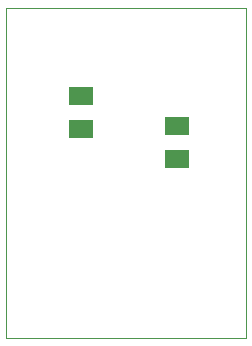
<source format=gbp>
G75*
%MOIN*%
%OFA0B0*%
%FSLAX25Y25*%
%IPPOS*%
%LPD*%
%AMOC8*
5,1,8,0,0,1.08239X$1,22.5*
%
%ADD10C,0.00000*%
%ADD11R,0.07874X0.06299*%
D10*
X0001800Y0001800D02*
X0001800Y0111800D01*
X0081800Y0111800D01*
X0081800Y0001800D01*
X0001800Y0001800D01*
D11*
X0026800Y0071288D03*
X0026800Y0082312D03*
X0058800Y0072312D03*
X0058800Y0061288D03*
M02*

</source>
